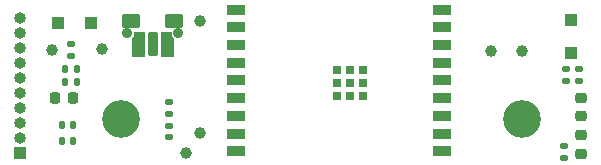
<source format=gbr>
%TF.GenerationSoftware,KiCad,Pcbnew,7.0.8*%
%TF.CreationDate,2023-12-27T11:07:12+01:00*%
%TF.ProjectId,Frost-ESP32,46726f73-742d-4455-9350-33322e6b6963,rev?*%
%TF.SameCoordinates,Original*%
%TF.FileFunction,Soldermask,Top*%
%TF.FilePolarity,Negative*%
%FSLAX46Y46*%
G04 Gerber Fmt 4.6, Leading zero omitted, Abs format (unit mm)*
G04 Created by KiCad (PCBNEW 7.0.8) date 2023-12-27 11:07:12*
%MOMM*%
%LPD*%
G01*
G04 APERTURE LIST*
G04 Aperture macros list*
%AMRoundRect*
0 Rectangle with rounded corners*
0 $1 Rounding radius*
0 $2 $3 $4 $5 $6 $7 $8 $9 X,Y pos of 4 corners*
0 Add a 4 corners polygon primitive as box body*
4,1,4,$2,$3,$4,$5,$6,$7,$8,$9,$2,$3,0*
0 Add four circle primitives for the rounded corners*
1,1,$1+$1,$2,$3*
1,1,$1+$1,$4,$5*
1,1,$1+$1,$6,$7*
1,1,$1+$1,$8,$9*
0 Add four rect primitives between the rounded corners*
20,1,$1+$1,$2,$3,$4,$5,0*
20,1,$1+$1,$4,$5,$6,$7,0*
20,1,$1+$1,$6,$7,$8,$9,0*
20,1,$1+$1,$8,$9,$2,$3,0*%
G04 Aperture macros list end*
%ADD10C,0.010000*%
%ADD11C,1.000000*%
%ADD12RoundRect,0.135000X0.185000X-0.135000X0.185000X0.135000X-0.185000X0.135000X-0.185000X-0.135000X0*%
%ADD13RoundRect,0.135000X0.135000X0.185000X-0.135000X0.185000X-0.135000X-0.185000X0.135000X-0.185000X0*%
%ADD14RoundRect,0.250000X-0.300000X0.300000X-0.300000X-0.300000X0.300000X-0.300000X0.300000X0.300000X0*%
%ADD15C,3.200000*%
%ADD16R,1.000000X1.000000*%
%ADD17O,1.000000X1.000000*%
%ADD18RoundRect,0.140000X0.140000X0.170000X-0.140000X0.170000X-0.140000X-0.170000X0.140000X-0.170000X0*%
%ADD19RoundRect,0.218750X-0.256250X0.218750X-0.256250X-0.218750X0.256250X-0.218750X0.256250X0.218750X0*%
%ADD20RoundRect,0.135000X-0.185000X0.135000X-0.185000X-0.135000X0.185000X-0.135000X0.185000X0.135000X0*%
%ADD21RoundRect,0.218750X0.218750X0.256250X-0.218750X0.256250X-0.218750X-0.256250X0.218750X-0.256250X0*%
%ADD22RoundRect,0.140000X-0.170000X0.140000X-0.170000X-0.140000X0.170000X-0.140000X0.170000X0.140000X0*%
%ADD23C,0.900000*%
%ADD24RoundRect,0.102000X0.300000X0.900000X-0.300000X0.900000X-0.300000X-0.900000X0.300000X-0.900000X0*%
%ADD25RoundRect,0.102000X-0.650000X-0.450000X0.650000X-0.450000X0.650000X0.450000X-0.650000X0.450000X0*%
%ADD26RoundRect,0.102000X0.650000X0.450000X-0.650000X0.450000X-0.650000X-0.450000X0.650000X-0.450000X0*%
%ADD27R,1.500000X0.900000*%
%ADD28R,0.700000X0.700000*%
%ADD29RoundRect,0.250000X0.300000X0.300000X-0.300000X0.300000X-0.300000X-0.300000X0.300000X-0.300000X0*%
G04 APERTURE END LIST*
%TO.C,S1*%
D10*
X108231180Y-99667231D02*
X108228040Y-99701828D01*
X108226610Y-99736541D01*
X108226890Y-99771278D01*
X108227680Y-99788634D01*
X108227670Y-99788641D01*
X108228610Y-99798150D01*
X108230860Y-99817131D01*
X108233580Y-99836050D01*
X108236770Y-99854894D01*
X108238540Y-99864284D01*
X108240330Y-99873438D01*
X108244260Y-99891669D01*
X108248650Y-99909794D01*
X108253480Y-99927806D01*
X108256070Y-99936766D01*
X108268650Y-99969284D01*
X108298660Y-100032212D01*
X108334880Y-100091775D01*
X108376940Y-100147369D01*
X108400000Y-100173500D01*
X108400000Y-101650000D01*
X107450000Y-101650000D01*
X107450000Y-99650000D01*
X108233400Y-99650000D01*
X108231180Y-99667231D01*
G36*
X108231180Y-99667231D02*
G01*
X108228040Y-99701828D01*
X108226610Y-99736541D01*
X108226890Y-99771278D01*
X108227680Y-99788634D01*
X108227670Y-99788641D01*
X108228610Y-99798150D01*
X108230860Y-99817131D01*
X108233580Y-99836050D01*
X108236770Y-99854894D01*
X108238540Y-99864284D01*
X108240330Y-99873438D01*
X108244260Y-99891669D01*
X108248650Y-99909794D01*
X108253480Y-99927806D01*
X108256070Y-99936766D01*
X108268650Y-99969284D01*
X108298660Y-100032212D01*
X108334880Y-100091775D01*
X108376940Y-100147369D01*
X108400000Y-100173500D01*
X108400000Y-101650000D01*
X107450000Y-101650000D01*
X107450000Y-99650000D01*
X108233400Y-99650000D01*
X108231180Y-99667231D01*
G37*
X105950000Y-101650000D02*
X105000000Y-101650000D01*
X105000000Y-100173500D01*
X104999970Y-100173500D01*
X105023060Y-100147369D01*
X105065120Y-100091775D01*
X105101340Y-100032212D01*
X105131350Y-99969284D01*
X105143920Y-99936766D01*
X105146510Y-99927806D01*
X105151350Y-99909794D01*
X105155730Y-99891669D01*
X105159670Y-99873438D01*
X105161460Y-99864288D01*
X105161460Y-99864284D01*
X105163230Y-99854894D01*
X105166420Y-99836050D01*
X105169140Y-99817131D01*
X105171390Y-99798150D01*
X105172330Y-99788641D01*
X105172320Y-99788634D01*
X105173100Y-99771278D01*
X105173390Y-99736541D01*
X105171960Y-99701828D01*
X105168820Y-99667231D01*
X105166600Y-99650000D01*
X105950000Y-99650000D01*
X105950000Y-101650000D01*
G36*
X105950000Y-101650000D02*
G01*
X105000000Y-101650000D01*
X105000000Y-100173500D01*
X104999970Y-100173500D01*
X105023060Y-100147369D01*
X105065120Y-100091775D01*
X105101340Y-100032212D01*
X105131350Y-99969284D01*
X105143920Y-99936766D01*
X105146510Y-99927806D01*
X105151350Y-99909794D01*
X105155730Y-99891669D01*
X105159670Y-99873438D01*
X105161460Y-99864288D01*
X105161460Y-99864284D01*
X105163230Y-99854894D01*
X105166420Y-99836050D01*
X105169140Y-99817131D01*
X105171390Y-99798150D01*
X105172330Y-99788641D01*
X105172320Y-99788634D01*
X105173100Y-99771278D01*
X105173390Y-99736541D01*
X105171960Y-99701828D01*
X105168820Y-99667231D01*
X105166600Y-99650000D01*
X105950000Y-99650000D01*
X105950000Y-101650000D01*
G37*
%TD*%
D11*
%TO.C,TP7*%
X109500000Y-109900000D03*
%TD*%
%TO.C,TP6*%
X110700000Y-108200000D03*
%TD*%
D12*
%TO.C,R3*%
X142800000Y-103810000D03*
X142800000Y-102790000D03*
%TD*%
D13*
%TO.C,R6*%
X100310000Y-102800000D03*
X99290000Y-102800000D03*
%TD*%
D14*
%TO.C,D5*%
X142100000Y-98600000D03*
X142100000Y-101400000D03*
%TD*%
D15*
%TO.C,H1*%
X104000000Y-107000000D03*
%TD*%
D16*
%TO.C,J2*%
X95500000Y-109930000D03*
D17*
X95500000Y-108660000D03*
X95500000Y-107390000D03*
X95500000Y-106120000D03*
X95500000Y-104850000D03*
X95500000Y-103580000D03*
X95500000Y-102310000D03*
X95500000Y-101040000D03*
X95500000Y-99770000D03*
X95500000Y-98500000D03*
%TD*%
D13*
%TO.C,R7*%
X100310000Y-103900000D03*
X99290000Y-103900000D03*
%TD*%
D11*
%TO.C,TP2*%
X138000000Y-101300000D03*
%TD*%
%TO.C,TP3*%
X135400000Y-101300000D03*
%TD*%
%TO.C,TP1*%
X110750000Y-98750000D03*
%TD*%
D18*
%TO.C,C2*%
X99980000Y-107500000D03*
X99020000Y-107500000D03*
%TD*%
D19*
%TO.C,D3*%
X143000000Y-108412500D03*
X143000000Y-109987500D03*
%TD*%
D12*
%TO.C,R5*%
X141500000Y-110310000D03*
X141500000Y-109290000D03*
%TD*%
D11*
%TO.C,TP5*%
X102400000Y-101100000D03*
%TD*%
D20*
%TO.C,R4*%
X99800000Y-100690000D03*
X99800000Y-101710000D03*
%TD*%
D12*
%TO.C,R1*%
X141700000Y-103810000D03*
X141700000Y-102790000D03*
%TD*%
D21*
%TO.C,D1*%
X99987500Y-105200000D03*
X98412500Y-105200000D03*
%TD*%
D22*
%TO.C,C3*%
X108100000Y-107620000D03*
X108100000Y-108580000D03*
%TD*%
D15*
%TO.C,H2*%
X138000000Y-107000000D03*
%TD*%
D23*
%TO.C,S1*%
X108825000Y-99750000D03*
X104575000Y-99750000D03*
D24*
X106700000Y-100650000D03*
D25*
X108550000Y-98700000D03*
D26*
X104850000Y-98700000D03*
%TD*%
D27*
%TO.C,U1*%
X113750000Y-97750000D03*
X113750000Y-99250000D03*
X113750000Y-100750000D03*
X113750000Y-102250000D03*
X113750000Y-103750000D03*
X113750000Y-105250000D03*
X113750000Y-106750000D03*
X113750000Y-108250000D03*
X113750000Y-109750000D03*
X131250000Y-109750000D03*
X131250000Y-108250000D03*
X131250000Y-106750000D03*
X131250000Y-105250000D03*
X131250000Y-103750000D03*
X131250000Y-102250000D03*
X131250000Y-100750000D03*
X131250000Y-99250000D03*
X131250000Y-97750000D03*
D28*
X122360000Y-102850000D03*
X122360000Y-103950000D03*
X122360000Y-105050000D03*
X123410000Y-102850000D03*
X123410000Y-103950000D03*
X123410000Y-105050000D03*
X124560000Y-102850000D03*
X124560000Y-103950000D03*
X124560000Y-105050000D03*
%TD*%
D18*
%TO.C,C1*%
X99980000Y-108900000D03*
X99020000Y-108900000D03*
%TD*%
D11*
%TO.C,TP4*%
X98200000Y-101200000D03*
%TD*%
D29*
%TO.C,D2*%
X101500000Y-98900000D03*
X98700000Y-98900000D03*
%TD*%
D19*
%TO.C,D4*%
X143000000Y-105212500D03*
X143000000Y-106787500D03*
%TD*%
D12*
%TO.C,R2*%
X108100000Y-106610000D03*
X108100000Y-105590000D03*
%TD*%
M02*

</source>
